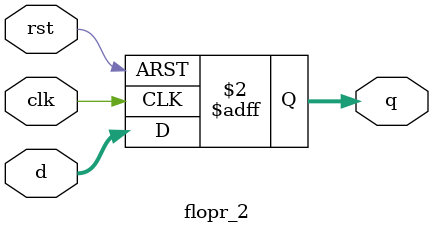
<source format=v>
module flopr_2 (d, q, rst, clk);
  
  input [1:0] d;
  input rst;
  input clk;
  output reg [1:0] q;
  
  always @(posedge clk or posedge rst)
  begin
    if (rst)
      q <= 2'b00;
    else
      q <= d;
  end
  
endmodule

</source>
